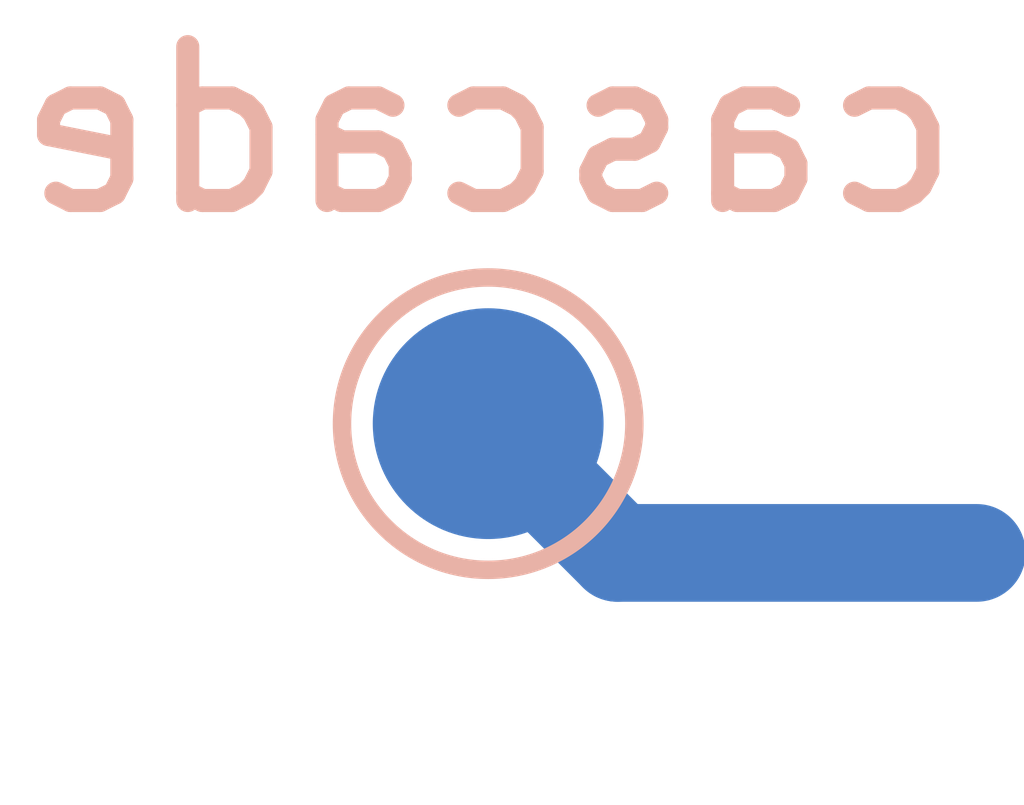
<source format=kicad_pcb>
(kicad_pcb (version 20171130) (host pcbnew "(5.1.9-0-10_14)")

  (general
    (thickness 1.6)
    (drawings 1)
    (tracks 2)
    (zones 0)
    (modules 1)
    (nets 2)
  )

  (page A4)
  (layers
    (0 F.Cu signal)
    (31 B.Cu signal)
    (32 B.Adhes user)
    (33 F.Adhes user)
    (34 B.Paste user)
    (35 F.Paste user)
    (36 B.SilkS user)
    (37 F.SilkS user)
    (38 B.Mask user)
    (39 F.Mask user)
    (40 Dwgs.User user)
    (41 Cmts.User user)
    (42 Eco1.User user)
    (43 Eco2.User user)
    (44 Edge.Cuts user)
    (45 Margin user)
    (46 B.CrtYd user hide)
    (47 F.CrtYd user hide)
    (48 B.Fab user hide)
    (49 F.Fab user hide)
  )

  (setup
    (last_trace_width 0.1524)
    (user_trace_width 0.1524)
    (user_trace_width 0.254)
    (user_trace_width 0.4064)
    (user_trace_width 0.635)
    (trace_clearance 0.1524)
    (zone_clearance 0.508)
    (zone_45_only no)
    (trace_min 0.1524)
    (via_size 0.6858)
    (via_drill 0.3048)
    (via_min_size 0.6858)
    (via_min_drill 0.3048)
    (uvia_size 0.3048)
    (uvia_drill 0.1524)
    (uvias_allowed no)
    (uvia_min_size 0.2)
    (uvia_min_drill 0.1)
    (edge_width 0.15)
    (segment_width 0.2)
    (pcb_text_width 0.3)
    (pcb_text_size 1.5 1.5)
    (mod_edge_width 0.15)
    (mod_text_size 1 1)
    (mod_text_width 0.15)
    (pad_size 2.3 1.6)
    (pad_drill 1.3)
    (pad_to_mask_clearance 0.2)
    (aux_axis_origin 0 0)
    (visible_elements FFFFFF7F)
    (pcbplotparams
      (layerselection 0x010fc_ffffffff)
      (usegerberextensions false)
      (usegerberattributes false)
      (usegerberadvancedattributes false)
      (creategerberjobfile false)
      (excludeedgelayer true)
      (linewidth 0.100000)
      (plotframeref false)
      (viasonmask false)
      (mode 1)
      (useauxorigin false)
      (hpglpennumber 1)
      (hpglpenspeed 20)
      (hpglpendiameter 15.000000)
      (psnegative false)
      (psa4output false)
      (plotreference true)
      (plotvalue true)
      (plotinvisibletext false)
      (padsonsilk false)
      (subtractmaskfromsilk false)
      (outputformat 1)
      (mirror false)
      (drillshape 1)
      (scaleselection 1)
      (outputdirectory ""))
  )

  (net 0 "")
  (net 1 "Net-(J1-PadTN)")

  (net_class Default "This is the default net class."
    (clearance 0.1524)
    (trace_width 0.1524)
    (via_dia 0.6858)
    (via_drill 0.3048)
    (uvia_dia 0.3048)
    (uvia_drill 0.1524)
    (diff_pair_width 0.1524)
    (diff_pair_gap 0.1524)
    (add_net "Net-(J1-PadTN)")
  )

  (module TestPoint:TestPoint_Pad_D1.5mm (layer B.Cu) (tedit 5A0F774F) (tstamp 60B90EAD)
    (at -3.175 2.54)
    (descr "SMD pad as test Point, diameter 1.5mm")
    (tags "test point SMD pad")
    (path /60B927EB)
    (attr virtual)
    (fp_text reference TP3 (at 0 1.648) (layer B.SilkS) hide
      (effects (font (size 1 1) (thickness 0.15)) (justify mirror))
    )
    (fp_text value TestPoint (at 0 -1.75) (layer B.Fab)
      (effects (font (size 1 1) (thickness 0.15)) (justify mirror))
    )
    (fp_circle (center 0 0) (end 1.25 0) (layer B.CrtYd) (width 0.05))
    (fp_circle (center 0 0) (end 0 -0.95) (layer B.SilkS) (width 0.12))
    (fp_text user %R (at 0 1.65) (layer B.Fab)
      (effects (font (size 1 1) (thickness 0.15)) (justify mirror))
    )
    (pad 1 smd circle (at 0 0) (size 1.5 1.5) (layers B.Cu B.Mask)
      (net 1 "Net-(J1-PadTN)"))
  )

  (gr_text cascade (at -3.175 0.635) (layer B.SilkS) (tstamp 60B90FDA)
    (effects (font (size 1 1) (thickness 0.15)) (justify mirror))
  )

  (segment (start -2.335 3.38) (end -3.175 2.54) (width 0.635) (layer B.Cu) (net 1))
  (segment (start 0 3.38) (end -2.335 3.38) (width 0.635) (layer B.Cu) (net 1))

)

</source>
